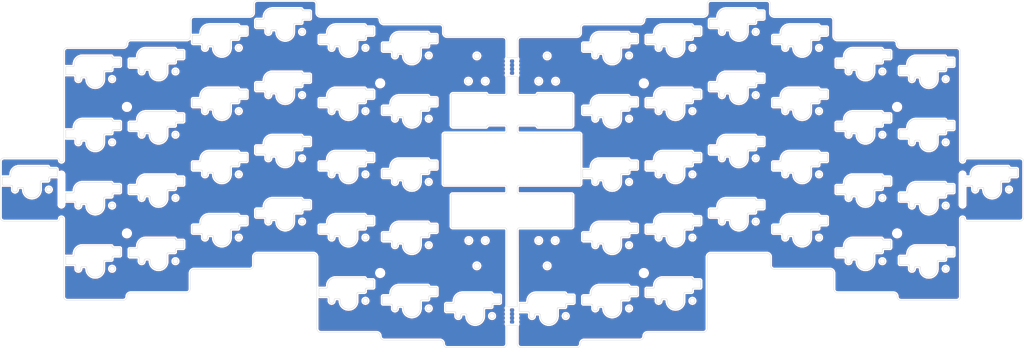
<source format=kicad_pcb>
(kicad_pcb (version 20211014) (generator pcbnew)
  (layers (0 "F.Cu" signal) (31 "B.Cu" signal) (34 "B.Paste" user) (35 "F.Paste" user) (36 "B.SilkS" user "B.Silkscreen") (37 "F.SilkS" user "F.Silkscreen") (38 "B.Mask" user) (39 "F.Mask" user) (44 "Edge.Cuts" user))
  (net 0 "")
  (footprint "jiran-ble-lite:underplate_cutout_1x1" (layer "F.Cu") (at 122.81685 100.076))
  (footprint "jiran-ble-lite:underplate_cutout_1x1" (layer "F.Cu") (at 122.81685 61.976))
  (footprint "jiran-ble-lite:underplate_cutout_1x1" (layer "F.Cu") (at 65.66685 126.238))
  (footprint "jiran-ble-lite:Hole_Mount_M2" (layer "F.Cu") (at 56.14185 79.756))
  (footprint "jiran-ble-lite:underplate_cutout_1x1" (layer "F.Cu") (at 202.128623 140.466577))
  (footprint "jiran-ble-lite:underplate_cutout_1x1" (layer "F.Cu") (at 221.178623 100.080577))
  (footprint "jiran-ble-lite:underplate_cutout_1x1" (layer "F.Cu") (at 297.378623 71.378577))
  (footprint "jiran-ble-lite:underplate_cutout_1x1" (layer "F.Cu") (at 122.81685 138.176))
  (footprint "jiran-ble-lite:underplate_cutout_1x1" (layer "F.Cu") (at 221.178623 81.030577))
  (footprint "jiran-ble-lite:underplate_cutout_1x1" (layer "F.Cu") (at 278.328623 107.192577))
  (footprint "jiran-ble-lite:underplate_cutout_1x1" (layer "F.Cu") (at 160.91685 142.748))
  (footprint "jiran-ble-lite:underplate_cutout_1x1" (layer "F.Cu") (at 65.66685 88.138))
  (footprint "jiran-ble-lite:underplate_cutout_1x1" (layer "F.Cu") (at 103.76685 76.2))
  (footprint "jiran-ble-lite:underplate_cutout_1x1" (layer "F.Cu") (at 297.378623 128.528577))
  (footprint "jiran-ble-lite:underplate_cutout_1x1" (layer "F.Cu") (at 141.86685 121.412))
  (footprint "jiran-ble-lite:underplate_cutout_1x1" (layer "F.Cu") (at 183.078623 142.752577))
  (footprint "jiran-ble-lite:Hole_Mount_M2" (layer "F.Cu") (at 132.34185 129.794))
  (footprint "jiran-ble-lite:underplate_cutout_1x1" (layer "F.Cu") (at 141.86685 102.362))
  (footprint "jiran-ble-lite:breakoff-cutout" (layer "F.Cu") (at 307.53 104.65))
  (footprint "jiran-ble-lite:underplate_cutout_1x1" (layer "F.Cu") (at 46.61685 109.474))
  (footprint "jiran-ble-lite:underplate_cutout_1x1" (layer "F.Cu") (at 240.228623 76.204577))
  (footprint "jiran-ble-lite:underplate_cutout_1x1" (layer "F.Cu") (at 240.228623 57.154577))
  (footprint "jiran-ble-lite:underplate_cutout_1x1" (layer "F.Cu") (at 46.61685 90.424))
  (footprint "jiran-ble-lite:Panel_2x5" (layer "F.Cu") (at 172.0088 142.748 90))
  (footprint "jiran-ble-lite:underplate_cutout_1x1" (layer "F.Cu") (at 278.328623 126.242577))
  (footprint "jiran-ble-lite:underplate_cutout_1x1" (layer "F.Cu") (at 122.81685 81.026))
  (footprint "jiran-ble-lite:underplate_cutout_1x1" (layer "F.Cu") (at 46.61685 71.374))
  (footprint "jiran-ble-lite:underplate_cutout_1x1" (layer "F.Cu") (at 65.66685 107.188))
  (footprint "jiran-ble-lite:underplate_cutout_1x1" (layer "F.Cu") (at 103.76685 95.25))
  (footprint "jiran-ble-lite:underplate_cutout_1x1" (layer "F.Cu") (at 141.86685 83.312))
  (footprint "jiran-ble-lite:underplate_cutout_1x1" (layer "F.Cu") (at 46.61685 128.524))
  (footprint "jiran-ble-lite:Hole_Mount_M2" (layer "F.Cu") (at 132.34185 72.644))
  (footprint "jiran-ble-lite:underplate_cutout_1x1" (layer "F.Cu") (at 202.128623 102.366577))
  (footprint "jiran-ble-lite:underplate_cutout_1x1" (layer "F.Cu") (at 297.378623 90.428577))
  (footprint "jiran-ble-lite:underplate_cutout_1x1" (layer "F.Cu") (at 259.278623 61.980577))
  (footprint "jiran-ble-lite:underplate_cutout_1x1" (layer "F.Cu") (at 259.278623 100.080577))
  (footprint "jiran-ble-lite:underplate_cutout_1x1" (layer "F.Cu") (at 202.128623 121.416577))
  (footprint "jiran-ble-lite:underplate_cutout_1x1" (layer "F.Cu") (at 65.66685 69.088))
  (footprint "jiran-ble-lite:underplate_cutout_1x1" (layer "F.Cu") (at 221.178623 138.180577))
  (footprint "jiran-ble-lite:underplate_cutout_1x1" (layer "F.Cu") (at 259.278623 119.130577))
  (footprint "jiran-ble-lite:underplate_cutout_1x1" (layer "F.Cu") (at 84.71685 81.026))
  (footprint "jiran-ble-lite:underplate_cutout_1x1" (layer "F.Cu") (at 202.128623 64.266577))
  (footprint "jiran-ble-lite:underplate_cutout_1x1" (layer "F.Cu") (at 240.228623 114.304577))
  (footprint "jiran-ble-lite:underplate_cutout_1x1" (layer "F.Cu") (at 316.428623 104.652577))
  (footprint "jiran-ble-lite:underplate_cutout_1x1" (layer "F.Cu") (at 202.128623 83.316577))
  (footprint "jiran-ble-lite:underplate_cutout_1x1" (layer "F.Cu") (at 84.71685 100.076))
  (footprint "jiran-ble-lite:underplate_cutout_1x1" (layer "F.Cu") (at 278.328623 69.092577))
  (footprint "jiran-ble-lite:underplate_cutout_1x1" (layer "F.Cu") (at 103.76685 57.15))
  (footprint "jiran-ble-lite:underplate_cutout_1x1" (layer "F.Cu") (at 122.81685 119.126))
  (footprint "jiran-ble-lite:underplate_cutout_1x1" (layer "F.Cu") (at 84.71685 119.126))
  (footprint "jiran-ble-lite:underplate_cutout_1x1" (layer "F.Cu") (at 103.76685 114.3))
  (footprint "jiran-ble-lite:underplate_cutout_1x1" (layer "F.Cu") (at 240.228623 95.254577))
  (footprint "jiran-ble-lite:underplate_cutout_1x1" (layer "F.Cu") (at 297.378623 109.478577))
  (footprint "jiran-ble-lite:underplate_cutout_1x1" (layer "F.Cu") (at 141.86685 140.462))
  (footprint "jiran-ble-lite:underplate_cutout_1x1" (layer "F.Cu") (at 27.56685 104.648))
  (footprint "jiran-ble-lite:Hole_Mount_M2" (layer "F.Cu") (at 56.14185 117.856))
  (footprint "jiran-ble-lite:underplate_cutout_1x1" (layer "F.Cu") (at 221.178623 61.980577))
  (footprint "jiran-ble-lite:underplate_cutout_1x1" (layer "F.Cu") (at 259.278623 81.030577))
  (footprint "jiran-ble-lite:underplate_cutout_1x1" (layer "F.Cu") (at 278.328623 88.142577))
  (footprint "jiran-ble-lite:underplate_cutout_1x1" (layer "F.Cu") (at 221.178623 119.130577))
  (footprint "jiran-ble-lite:breakoff-cutout" (layer "F.Cu") (at 36.449 104.648))
  (footprint "jiran-ble-lite:underplate_cutout_1x1" (layer "F.Cu") (at 141.86685 64.262))
  (footprint "jiran-ble-lite:Panel_2x5" (layer "F.Cu") (at 172.0088 67.7672 90))
  (footprint "jiran-ble-lite:underplate_cutout_1x1" (layer "F.Cu") (at 84.71685 61.976))
  (footprint "jiran-ble-lite:Hole_Mount_M2" (layer "B.Cu") (at 211.653623 72.648577 180))
  (footprint "jiran-ble-lite:Hole_Mount_M2" (layer "B.Cu") (at 211.653623 129.798577 180))
  (footprint "jiran-ble-lite:Hole_Mount_M2" (layer "B.Cu") (at 287.853623 117.860577 180))
  (footprint "jiran-ble-lite:Hole_Mount_M2" (layer "B.Cu") (at 287.853623 79.760577 180))
  (gr_arc (start 112.14885 47.625) (mid 112.957073 47.959777) (end 113.29185 48.768) (layer "Edge.Cuts") (width 0.1))
  (gr_arc (start 250.896623 128.655577) (mid 250.0884 128.3208) (end 249.753623 127.512577) (layer "Edge.Cuts") (width 0.1))
  (gr_line (start 305.760623 61.853577) (end 288.996623 61.853577) (layer "Edge.Cuts") (width 0.1))
  (gr_arc (start 269.946623 59.567577) (mid 269.1384 59.2328) (end 268.803623 58.424577) (layer "Edge.Cuts") (width 0.1))
  (gr_arc (start 153.67 76.327) (mid 153.85628 75.879773) (end 154.30496 75.69702) (layer "Edge.Cuts") (width 0.1))
  (gr_line (start 76.33485 128.651) (end 93.09885 128.651) (layer "Edge.Cuts") (width 0.1))
  (gr_line (start 54.99885 61.849) (end 38.23485 61.849) (layer "Edge.Cuts") (width 0.1))
  (gr_arc (start 179.276473 85.226577) (mid 179.456078 85.300972) (end 179.530473 85.480577) (layer "Edge.Cuts") (width 0.1))
  (gr_line (start 174.069473 103.382577) (end 192.230473 103.382577) (layer "Edge.Cuts") (width 0.1))
  (gr_line (start 18.04185 96.266) (end 18.04185 113.03) (layer "Edge.Cuts") (width 0.1))
  (gr_line (start 248.610623 47.629577) (end 231.846623 47.629577) (layer "Edge.Cuts") (width 0.1))
  (gr_line (start 190.325473 76.331577) (end 190.325473 85.221577) (layer "Edge.Cuts") (width 0.1))
  (gr_arc (start 192.603623 57.408577) (mid 192.268846 58.2168) (end 191.460623 58.551577) (layer "Edge.Cuts") (width 0.1))
  (gr_line (start 231.846623 123.829577) (end 248.610623 123.829577) (layer "Edge.Cuts") (width 0.1))
  (gr_arc (start 131.19885 147.701) (mid 132.007073 148.035777) (end 132.34185 148.844) (layer "Edge.Cuts") (width 0.1))
  (gr_arc (start 179.784473 85.856577) (mid 179.604868 85.782182) (end 179.530473 85.602577) (layer "Edge.Cuts") (width 0.1))
  (gr_arc (start 189.690513 75.701597) (mid 190.139193 75.88435) (end 190.325473 76.331577) (layer "Edge.Cuts") (width 0.1))
  (gr_arc (start 192.738473 102.874577) (mid 192.589683 103.233787) (end 192.230473 103.382577) (layer "Edge.Cuts") (width 0.1))
  (gr_arc (start 248.610623 47.629577) (mid 249.418846 47.964354) (end 249.753623 48.772577) (layer "Edge.Cuts") (width 0.1))
  (gr_line (start 268.803623 58.424577) (end 268.803623 53.598577) (layer "Edge.Cuts") (width 0.1))
  (gr_line (start 190.325473 115.701577) (end 190.325473 106.430577) (layer "Edge.Cuts") (width 0.1))
  (gr_circle (center 163.957 120.015) (end 164.846 120.015) (layer "Edge.Cuts") (width 0.1) (fill none))
  (gr_line (start 286.710623 59.567577) (end 269.946623 59.567577) (layer "Edge.Cuts") (width 0.1))
  (gr_line (start 230.703623 48.772577) (end 230.703623 51.312577) (layer "Edge.Cuts") (width 0.1))
  (gr_arc (start 36.456842 112.903008) (mid 36.905852 113.088994) (end 37.091838 113.538004) (layer "Edge.Cuts") (width 0.1))
  (gr_line (start 170.434 139.954) (end 173.5836 139.954) (layer "Edge.Cuts") (width 0.1))
  (gr_line (start 288.996623 138.053577) (end 305.760623 138.053577) (layer "Edge.Cuts") (width 0.1))
  (gr_line (start 170.44185 85.73) (end 170.44185 87.122) (layer "Edge.Cuts") (width 0.1))
  (gr_line (start 268.803623 129.798577) (end 268.803623 134.624577) (layer "Edge.Cuts") (width 0.1))
  (gr_circle (center 158.877 72.009) (end 159.766 72.009) (layer "Edge.Cuts") (width 0.1) (fill none))
  (gr_line (start 170.44185 151.13) (end 170.434 145.542) (layer "Edge.Cuts") (width 0.1))
  (gr_arc (start 112.14885 123.825) (mid 112.957073 124.159777) (end 113.29185 124.968) (layer "Edge.Cuts") (width 0.1))
  (gr_circle (center 161.417 127.635) (end 162.306 127.635) (layer "Edge.Cuts") (width 0.1) (fill none))
  (gr_arc (start 169.93385 85.222) (mid 170.29306 85.37079) (end 170.44185 85.73) (layer "Edge.Cuts") (width 0.1))
  (gr_arc (start 150.24885 54.737) (mid 151.057073 55.071777) (end 151.39185 55.88) (layer "Edge.Cuts") (width 0.1))
  (gr_arc (start 306.903635 113.542581) (mid 307.089621 113.093571) (end 307.538631 112.907585) (layer "Edge.Cuts") (width 0.1))
  (gr_line (start 152.53485 58.547) (end 169.29885 58.547) (layer "Edge.Cuts") (width 0.1))
  (gr_circle (center 163.957 72.009) (end 164.846 72.009) (layer "Edge.Cuts") (width 0.1) (fill none))
  (gr_arc (start 133.48485 54.737) (mid 132.676627 54.402223) (end 132.34185 53.594) (layer "Edge.Cuts") (width 0.1))
  (gr_line (start 179.276473 76.326577) (end 174.061623 76.326577) (layer "Edge.Cuts") (width 0.1))
  (gr_arc (start 211.653623 148.848577) (mid 211.9884 148.040354) (end 212.796623 147.705577) (layer "Edge.Cuts") (width 0.1))
  (gr_line (start 229.560623 52.455577) (end 212.796623 52.455577) (layer "Edge.Cuts") (width 0.1))
  (gr_arc (start 179.530473 76.072577) (mid 179.456078 76.252182) (end 179.276473 76.326577) (layer "Edge.Cuts") (width 0.1))
  (gr_line (start 170.434 116.713) (end 170.434 139.954) (layer "Edge.Cuts") (width 0.1))
  (gr_line (start 151.39185 55.88) (end 151.39185 57.404) (layer "Edge.Cuts") (width 0.1))
  (gr_arc (start 75.19185 53.594) (mid 75.526627 52.785777) (end 76.33485 52.451) (layer "Edge.Cuts") (width 0.1))
  (gr_line (start 308.808623 114.177577) (end 324.810623 114.177577) (layer "Edge.Cuts") (width 0.1))
  (gr_line (start 19.18485 114.173) (end 35.18685 114.173) (layer "Edge.Cuts") (width 0.1))
  (gr_arc (start 133.48485 149.987) (mid 132.676627 149.652223) (end 132.34185 148.844) (layer "Edge.Cuts") (width 0.1))
  (gr_line (start 192.603623 57.408577) (end 192.603623 55.884577) (layer "Edge.Cuts") (width 0.1))
  (gr_line (start 154.178 105.918) (end 169.926 105.918) (layer "Edge.Cuts") (width 0.1))
  (gr_line (start 153.67 106.426) (end 153.67 115.697) (layer "Edge.Cuts") (width 0.1))
  (gr_arc (start 152.53485 152.273) (mid 151.726627 151.938223) (end 151.39185 151.13) (layer "Edge.Cuts") (width 0.1))
  (gr_arc (start 267.660623 128.655577) (mid 268.468846 128.990354) (end 268.803623 129.798577) (layer "Edge.Cuts") (width 0.1))
  (gr_arc (start 164.465 85.598) (mid 164.390605 85.777605) (end 164.211 85.852) (layer "Edge.Cuts") (width 0.1))
  (gr_arc (start 75.19185 129.794) (mid 75.526627 128.985777) (end 76.33485 128.651) (layer "Edge.Cuts") (width 0.1))
  (gr_arc (start 248.610623 123.829577) (mid 249.418846 124.164354) (end 249.753623 124.972577) (layer "Edge.Cuts") (width 0.1))
  (gr_arc (start 164.211 75.692) (mid 164.390605 75.766395) (end 164.465 75.946) (layer "Edge.Cuts") (width 0.1))
  (gr_arc (start 174.061623 76.326577) (mid 173.702413 76.177787) (end 173.553623 75.818577) (layer "Edge.Cuts") (width 0.1))
  (gr_line (start 267.660623 52.455577) (end 250.896623 52.455577) (layer "Edge.Cuts") (width 0.1))
  (gr_line (start 325.953623 113.034577) (end 325.953623 96.270577) (layer "Edge.Cuts") (width 0.1))
  (gr_arc (start 269.946623 135.767577) (mid 269.1384 135.4328) (end 268.803623 134.624577) (layer "Edge.Cuts") (width 0.1))
  (gr_arc (start 131.19885 52.451) (mid 132.007073 52.785777) (end 132.34185 53.594) (layer "Edge.Cuts") (width 0.1))
  (gr_line (start 250.896623 128.655577) (end 267.660623 128.655577) (layer "Edge.Cuts") (width 0.1))
  (gr_arc (start 169.926 103.378) (mid 170.28521 103.52679) (end 170.434 103.886) (layer "Edge.Cuts") (width 0.1))
  (gr_arc (start 150.24885 149.987) (mid 151.057073 150.321777) (end 151.39185 151.13) (layer "Edge.Cuts") (width 0.1))
  (gr_arc (start 56.14185 136.906) (mid 55.807073 137.714223) (end 54.99885 138.049) (layer "Edge.Cuts") (width 0.1))
  (gr_circle (center 182.578473 64.393577) (end 181.689473 64.393577) (layer "Edge.Cuts") (width 0.1) (fill none))
  (gr_line (start 152.53485 152.273) (end 169.29885 152.273) (layer "Edge.Cuts") (width 0.1))
  (gr_arc (start 75.19185 58.42) (mid 74.857073 59.228223) (end 74.04885 59.563) (layer "Edge.Cuts") (width 0.1))
  (gr_arc (start 286.710623 59.567577) (mid 287.518846 59.902354) (end 287.853623 60.710577) (layer "Edge.Cuts") (width 0.1))
  (gr_line (start 179.530473 85.602577) (end 179.530473 85.480577) (layer "Edge.Cuts") (width 0.1))
  (gr_line (start 170.44185 70.5612) (end 173.553623 70.5612) (layer "Edge.Cuts") (width 0.1))
  (gr_circle (center 180.038473 72.013577) (end 179.149473 72.013577) (layer "Edge.Cuts") (width 0.1) (fill none))
  (gr_line (start 306.903634 95.762576) (end 306.903623 62.996577) (layer "Edge.Cuts") (width 0.1))
  (gr_line (start 174.069473 116.209577) (end 189.817473 116.209577) (layer "Edge.Cuts") (width 0.1))
  (gr_arc (start 308.173627 95.762577) (mid 308.359613 95.313567) (end 308.808623 95.127581) (layer "Edge.Cuts") (width 0.1))
  (gr_arc (start 190.325473 115.701577) (mid 190.176683 116.060787) (end 189.817473 116.209577) (layer "Edge.Cuts") (width 0.1))
  (gr_arc (start 164.465 85.476) (mid 164.539395 85.296395) (end 164.719 85.222) (layer "Edge.Cuts") (width 0.1))
  (gr_line (start 170.434 103.886) (end 170.434 105.41) (layer "Edge.Cuts") (width 0.1))
  (gr_line (start 169.93385 76.322) (end 164.719 76.322) (layer "Edge.Cuts") (width 0.1))
  (gr_arc (start 151.257 88.138) (mid 151.40579 87.77879) (end 151.765 87.63) (layer "Edge.Cuts") (width 0.1))
  (gr_line (start 249.753623 124.972577) (end 249.753623 127.512577) (layer "Edge.Cuts") (width 0.1))
  (gr_arc (start 164.719 76.322) (mid 164.539395 76.247605) (end 164.465 76.068) (layer "Edge.Cuts") (width 0.1))
  (gr_line (start 169.93385 85.222) (end 164.719 85.222) (layer "Edge.Cuts") (width 0.1))
  (gr_arc (start 154.178 116.205) (mid 153.81879 116.05621) (end 153.67 115.697) (layer "Edge.Cuts") (width 0.1))
  (gr_line (start 179.530473 76.072577) (end 179.530473 75.950577) (layer "Edge.Cuts") (width 0.1))
  (gr_line (start 173.553623 87.126577) (end 173.553623 85.734577) (layer "Edge.Cuts") (width 0.1))
  (gr_line (start 179.276473 85.226577) (end 174.061623 85.226577) (layer "Edge.Cuts") (width 0.1))
  (gr_line (start 306.903623 136.910577) (end 306.903635 113.542581) (layer "Edge.Cuts") (width 0.1))
  (gr_arc (start 170.434 105.41) (mid 170.28521 105.76921) (end 169.926 105.918) (layer "Edge.Cuts") (width 0.1))
  (gr_arc (start 267.660623 52.455577) (mid 268.468846 52.790354) (end 268.803623 53.598577) (layer "Edge.Cuts") (width 0.1))
  (gr_arc (start 152.53485 58.547) (mid 151.726627 58.212223) (end 151.39185 57.404) (layer "Edge.Cuts") (width 0.1))
  (gr_line (start 154.178 116.205) (end 169.926 116.205) (layer "Edge.Cuts") (width 0.1))
  (gr_line (start 35.18685 95.123004) (end 19.18485 95.123) (layer "Edge.Cuts") (width 0.1))
  (gr_arc (start 174.061623 87.634577) (mid 173.702413 87.485787) (end 173.553623 87.126577) (layer "Edge.Cuts") (width 0.1))
  (gr_line (start 114.43485 147.701) (end 131.19885 147.701) (layer "Edge.Cuts") (width 0.1))
  (gr_arc (start 94.24185 124.968) (mid 94.576627 124.159777) (end 95.38485 123.825) (layer "Edge.Cuts") (width 0.1))
  (gr_arc (start 56.14185 60.706) (mid 56.476627 59.897777) (end 57.28485 59.563) (layer "Edge.Cuts") (width 0.1))
  (gr_arc (start 173.553623 59.694577) (mid 173.8884 58.886354) (end 174.696623 58.551577) (layer "Edge.Cuts") (width 0.1))
  (gr_arc (start 19.18485 114.173) (mid 18.376627 113.838223) (end 18.04185 113.03) (layer "Edge.Cuts") (width 0.1))
  (gr_line (start 151.257 88.138) (end 151.257 102.87) (layer "Edge.Cuts") (width 0.1))
  (gr_arc (start 94.24185 48.768) (mid 94.576627 47.959777) (end 95.38485 47.625) (layer "Edge.Cuts") (width 0.1))
  (gr_arc (start 94.24185 51.308) (mid 93.907073 52.116223) (end 93.09885 52.451) (layer "Edge.Cuts") (width 0.1))
  (gr_arc (start 18.04185 96.266) (mid 18.376627 95.457777) (end 19.18485 95.123) (layer "Edge.Cuts") (width 0.1))
  (gr_line (start 38.23485 138.049) (end 54.99885 138.049) (layer "Edge.Cuts") (width 0.1))
  (gr_arc (start 288.996623 138.053577) (mid 288.1884 137.7188) (end 287.853623 136.910577) (layer "Edge.Cuts") (width 0.1))
  (gr_arc (start 211.653623 148.848577) (mid 211.318846 149.6568) (end 210.510623 149.991577) (layer "Edge.Cuts") (width 0.1))
  (gr_arc (start 154.29998 85.85196) (mid 153.852753 85.66568) (end 153.67 85.217) (layer "Edge.Cuts") (width 0.1))
  (gr_line (start 269.946623 135.767577) (end 286.710623 135.767577) (layer "Edge.Cuts") (width 0.1))
  (gr_line (start 170.434 145.542) (end 173.561473 145.542) (layer "Edge.Cuts") (width 0.1))
  (gr_arc (start 170.44185 87.122) (mid 170.29306 87.48121) (end 169.93385 87.63) (layer "Edge.Cuts") (width 0.1))
  (gr_arc (start 56.14185 136.906) (mid 56.476627 136.097777) (end 57.28485 135.763) (layer "Edge.Cuts") (width 0.1))
  (gr_line (start 57.28485 135.763) (end 74.04885 135.763) (layer "Edge.Cuts") (width 0.1))
  (gr_arc (start 230.703623 48.772577) (mid 231.0384 47.964354) (end 231.846623 47.629577) (layer "Edge.Cuts") (width 0.1))
  (gr_arc (start 170.44185 75.814) (mid 170.29306 76.17321) (end 169.93385 76.322) (layer "Edge.Cuts") (width 0.1))
  (gr_arc (start 230.703623 124.972577) (mid 231.0384 124.164354) (end 231.846623 123.829577) (layer "Edge.Cuts") (width 0.1))
  (gr_line (start 170.44185 70.5612) (end 170.44185 75.814) (layer "Edge.Cuts") (width 0.1))
  (gr_line (start 192.230473 87.634577) (end 174.061623 87.634577) (layer "Edge.Cuts") (width 0.1))
  (gr_line (start 37.09185 62.992) (end 37.091839 95.757999) (layer "Edge.Cuts") (width 0.1))
  (gr_line (start 170.45 64.96) (end 173.5582 64.96) (layer "Edge.Cuts") (width 0.1))
  (gr_line (start 95.38485 123.825) (end 112.14885 123.825) (layer "Edge.Cuts") (width 0.1))
  (gr_arc (start 173.561473 103.890577) (mid 173.710263 103.531367) (end 174.069473 103.382577) (layer "Edge.Cuts") (width 0.1))
  (gr_arc (start 151.765 103.378) (mid 151.40579 103.22921) (end 151.257 102.87) (layer "Edge.Cuts") (width 0.1))
  (gr_arc (start 153.67 106.426) (mid 153.81879 106.06679) (end 154.178 105.918) (layer "Edge.Cuts") (width 0.1))
  (gr_line (start 113.29185 51.308) (end 113.29185 48.768) (layer "Edge.Cuts") (width 0.1))
  (gr_line (start 174.069473 105.922577) (end 189.817473 105.922577) (layer "Edge.Cuts") (width 0.1))
  (gr_arc (start 38.23485 138.049) (mid 37.426627 137.714223) (end 37.09185 136.906) (layer "Edge.Cuts") (width 0.1))
  (gr_arc (start 230.703623 51.312577) (mid 230.368846 52.1208) (end 229.560623 52.455577) (layer "Edge.Cuts") (width 0.1))
  (gr_line (start 151.765 103.378) (end 169.926 103.378) (layer "Edge.Cuts") (width 0.1))
  (gr_line (start 75.19185 134.62) (end 75.19185 129.794) (layer "Edge.Cuts") (width 0.1))
  (gr_arc (start 75.19185 134.62) (mid 74.857073 135.428223) (end 74.04885 135.763) (layer "Edge.Cuts") (width 0.1))
  (gr_line (start 112.14885 47.625) (end 95.38485 47.625) (layer "Edge.Cuts") (width 0.1))
  (gr_line (start 164.465 75.946) (end 164.465 76.068) (layer "Edge.Cuts") (width 0.1))
  (gr_arc (start 190.325473 85.221577) (mid 190.14272 85.670257) (end 189.695493 85.856537) (layer "Edge.Cuts") (width 0.1))
  (gr_arc (start 114.43485 52.451) (mid 113.626627 52.116223) (end 113.29185 51.308) (layer "Edge.Cuts") (width 0.1))
  (gr_line (start 173.553623 75.818577) (end 173.553623 70.5612) (layer "Edge.Cuts") (width 0.1))
  (gr_line (start 230.703623 146.562577) (end 230.703623 124.972577) (layer "Edge.Cuts") (width 0.1))
  (gr_arc (start 288.996623 61.853577) (mid 288.1884 61.5188) (end 287.853623 60.710577) (layer "Edge.Cuts") (width 0.1))
  (gr_line (start 173.553623 59.694577) (end 173.5582 64.96) (layer "Edge.Cuts") (width 0.1))
  (gr_arc (start 325.953623 113.034577) (mid 325.618846 113.8428) (end 324.810623 114.177577) (layer "Edge.Cuts") (width 0.1))
  (gr_arc (start 36.456842 96.392996) (mid 36.007832 96.20701) (end 35.821846 95.758) (layer "Edge.Cuts") (width 0.1))
  (gr_line (start 154.30496 75.69702) (end 164.211 75.692) (layer "Edge.Cuts") (width 0.1))
  (gr_arc (start 35.821846 113.538004) (mid 36.007832 113.088994) (end 36.456842 112.903008) (layer "Edge.Cuts") (width 0.1))
  (gr_line (start 94.24185 48.768) (end 94.24185 51.308) (layer "Edge.Cuts") (width 0.1))
  (gr_arc (start 173.561473 116.717577) (mid 173.710263 116.358367) (end 174.069473 116.209577) (layer "Edge.Cuts") (width 0.1))
  (gr_arc (start 37.09185 62.992) (mid 37.426627 62.183777) (end 38.23485 61.849) (layer "Edge.Cuts") (width 0.1))
  (gr_arc (start 56.14185 60.706) (mid 55.807073 61.514223) (end 54.99885 61.849) (layer "Edge.Cuts") (width 0.1))
  (gr_arc (start 170.44185 151.13) (mid 170.107073 151.938223) (end 169.29885 152.273) (layer "Edge.Cuts") (width 0.1))
  (gr_arc (start 192.603623 151.134577) (mid 192.268846 151.9428) (end 191.460623 152.277577) (layer "Edge.Cuts") (width 0.1))
  (gr_line (start 249.753623 51.312577) (end 249.753623 48.772577) (layer "Edge.Cuts") (width 0.1))
  (gr_arc (start 308.173627 95.762577) (mid 307.987641 96.211587) (end 307.538631 96.397573) (layer "Edge.Cuts") (width 0.1))
  (gr_arc (start 179.530473 75.950577) (mid 179.604868 75.770972) (end 179.784473 75.696577) (layer "Edge.Cuts") (width 0.1))
  (gr_arc (start 169.926 116.205) (mid 170.28521 116.35379) (end 170.434 116.713) (layer "Edge.Cuts") (width 0.1))
  (gr_line (start 74.04885 59.563) (end 57.28485 59.563) (layer "Edge.Cuts") (width 0.1))
  (gr_circle (center 161.417 64.389) (end 162.306 64.389) (layer "Edge.Cuts") (width 0.1) (fill none))
  (gr_arc (start 174.696623 152.277577) (mid 173.8884 151.9428) (end 173.553623 151.134577) (layer "Edge.Cuts") (width 0.1))
  (gr_line (start 212.796623 147.705577) (end 229.560623 147.705577) (layer "Edge.Cuts") (width 0.1))
  (gr_line (start 164.211 85.852) (end 154.29998 85.85196) (layer "Edge.Cuts") (width 0.1))
  (gr_arc (start 286.710623 135.767577) (mid 287.518846 136.102354) (end 287.853623 136.910577) (layer "Edge.Cuts") (width 0.1))
  (gr_line (start 150.24885 54.737) (end 133.48485 54.737) (layer "Edge.Cuts") (width 0.1))
  (gr_arc (start 305.760623 61.853577) (mid 306.568846 62.188354) (end 306.903623 62.996577) (layer "Edge.Cuts") (width 0.1))
  (gr_arc (start 192.603623 55.884577) (mid 192.9384 55.076354) (end 193.746623 54.741577) (layer "Edge.Cuts") (width 0.1))
  (gr_line (start 173.5836 139.954) (end 173.561473 116.717577) (layer "Edge.Cuts") (width 0.1))
  (gr_arc (start 250.896623 52.455577) (mid 250.0884 52.1208) (end 249.753623 51.312577) (layer "Edge.Cuts") (width 0.1))
  (gr_line (start 193.746623 149.991577) (end 210.510623 149.991577) (layer "Edge.Cuts") (width 0.1))
  (gr_line (start 169.93385 87.63) (end 151.765 87.63) (layer "Edge.Cuts") (width 0.1))
  (gr_line (start 210.510623 54.741577) (end 193.746623 54.741577) (layer "Edge.Cuts") (width 0.1))
  (gr_line (start 174.696623 58.551577) (end 191.460623 58.551577) (layer "Edge.Cuts") (width 0.1))
  (gr_line (start 94.24185 127.508) (end 94.24185 124.968) (layer "Edge.Cuts") (width 0.1))
  (gr_circle (center 185.118473 72.013577) (end 184.229473 72.013577) (layer "Edge.Cuts") (width 0.1) (fill none))
  (gr_circle (center 182.578473 127.639577) (end 181.689473 127.639577) (layer "Edge.Cuts") (width 0.1) (fill none))
  (gr_line (start 93.09885 52.451) (end 76.33485 52.451) (layer "Edge.Cuts") (width 0.1))
  (gr_arc (start 173.553623 85.734577) (mid 173.702413 85.375367) (end 174.061623 85.226577) (layer "Edge.Cuts") (width 0.1))
  (gr_line (start 113.29185 124.968) (end 113.29185 146.558) (layer "Edge.Cuts") (width 0.1))
  (gr_line (start 173.561473 105.414577) (end 173.561473 103.890577) (layer "Edge.Cuts") (width 0.1))
  (gr_line (start 170.44185 59.69) (end 170.45 64.96) (layer "Edge.Cuts") (width 0.1))
  (gr_line (start 324.810623 95.127577) (end 308.808623 95.127581) (layer "Edge.Cuts") (width 0.1))
  (gr_circle (center 184.991473 120.019577) (end 184.102473 120.019577) (layer "Edge.Cuts") (width 0.1) (fill none))
  (gr_line (start 75.19185 53.594) (end 75.19185 58.42) (layer "Edge.Cuts") (width 0.1))
  (gr_line (start 189.695493 85.856537) (end 179.784473 85.856577) (layer "Edge.Cuts") (width 0.1))
  (gr_line (start 173.561473 145.542) (end 173.553623 151.134577) (layer "Edge.Cuts") (width 0.1))
  (gr_arc (start 307.538631 112.907585) (mid 307.987641 113.093571) (end 308.173627 113.542581) (layer "Edge.Cuts") (width 0.1))
  (gr_arc (start 37.091839 95.757999) (mid 36.905853 96.207009) (end 36.456843 96.392995) (layer "Edge.Cuts") (width 0.1))
  (gr_arc (start 324.810623 95.127577) (mid 325.618846 95.462354) (end 325.953623 96.270577) (layer "Edge.Cuts") (width 0.1))
  (gr_line (start 192.738473 102.874577) (end 192.738473 88.142577) (layer "Edge.Cuts") (width 0.1))
  (gr_arc (start 230.703623 146.562577) (mid 230.368846 147.3708) (end 229.560623 147.705577) (layer "Edge.Cuts") (width 0.1))
  (gr_arc (start 192.603623 151.134577) (mid 192.9384 150.326354) (end 193.746623 149.991577) (layer "Edge.Cuts") (width 0.1))
  (gr_line (start 164.465 85.476) (end 164.465 85.598) (layer "Edge.Cuts") (width 0.1))
  (gr_line (start 179.784473 75.696577) (end 189.690513 75.701597) (layer "Edge.Cuts") (width 0.1))
  (gr_arc (start 189.817473 105.922577) (mid 190.176683 106.071367) (end 190.325473 106.430577) (layer "Edge.Cuts") (width 0.1))
  (gr_circle (center 180.038473 120.019577) (end 179.149473 120.019577) (layer "Edge.Cuts") (width 0.1) (fill none))
  (gr_arc (start 169.29885 58.547) (mid 170.107073 58.881777) (end 170.44185 59.69) (layer "Edge.Cuts") (width 0.1))
  (gr_arc (start 35.821846 113.538004) (mid 35.63586 113.987014) (end 35.18685 114.173) (layer "Edge.Cuts") (width 0.1))
  (gr_arc (start 192.230473 87.634577) (mid 192.589683 87.783367) (end 192.738473 88.142577) (layer "Edge.Cuts") (width 0.1))
  (gr_line (start 133.48485 149.987) (end 150.24885 149.987) (layer "Edge.Cuts") (width 0.1))
  (gr_line (start 37.091838 113.538004) (end 37.09185 136.906) (layer "Edge.Cuts") (width 0.1))
  (gr_arc (start 35.18685 95.123004) (mid 35.63586 95.30899) (end 35.821846 95.758) (layer "Edge.Cuts") (width 0.1))
  (gr_arc (start 307.53863 96.397572) (mid 307.08962 96.211586) (end 306.903634 95.762576) (layer "Edge.Cuts") (width 0.1))
  (gr_line (start 153.67 85.217) (end 153.67 76.327) (layer "Edge.Cuts") (width 0.1))
  (gr_arc (start 308.808623 114.177577) (mid 308.359613 113.991591) (end 308.173627 113.542581) (layer "Edge.Cuts") (width 0.1))
  (gr_arc (start 211.653623 53.598577) (mid 211.9884 52.790354) (end 212.796623 52.455577) (layer "Edge.Cuts") (width 0.1))
  (gr_arc (start 94.24185 127.508) (mid 93.907073 128.316223) (end 93.09885 128.651) (layer "Edge.Cuts") (width 0.1))
  (gr_circle (center 159.004 120.015) (end 159.893 120.015) (layer "Edge.Cuts") (width 0.1) (fill none))
  (gr_arc (start 211.653623 53.598577) (mid 211.318846 54.4068) (end 210.510623 54.741577) (layer "Edge.Cuts") (width 0.1))
  (gr_arc (start 174.069473 105.922577) (mid 173.710263 105.773787) (end 173.561473 105.414577) (layer "Edge.Cuts") (width 0.1))
  (gr_line (start 174.696623 152.277577) (end 191.460623 152.277577) (layer "Edge.Cuts") (width 0.1))
  (gr_arc (start 114.43485 147.701) (mid 113.626627 147.366223) (end 113.29185 146.558) (layer "Edge.Cuts") (width 0.1))
  (gr_arc (start 306.903623 136.910577) (mid 306.568846 137.7188) (end 305.760623 138.053577) (layer "Edge.Cuts") (width 0.1))
  (gr_line (start 131.19885 52.451) (end 114.43485 52.451) (layer "Edge.Cuts") (width 0.1))
  (zone (net 0) (net_name "") (layer "F.Cu") (connect_pads (clearance 0.508)) (min_thickness 0.254) (fill yes (thermal_gap 0.508) (thermal_bridge_width 0.508))
    (polygon (pts (xy 113.3094 52.4256) (xy 132.334 52.451) (xy 132.334 54.737) (xy 151.4094 54.7624) (xy 151.4094 58.5216) (xy 192.6082 58.5216) (xy 192.6082 54.7624) (xy 211.6582 54.737) (xy 211.6582 52.4764) (xy 230.7082 52.451) (xy 230.7082 47.6504) (xy 249.7328 47.6504) (xy 249.7582 52.451) (xy 268.8082 52.451) (xy 268.7828 59.5884) (xy 287.8582 59.563) (xy 287.8582 61.849) (xy 306.9082 61.8744) (xy 306.9082 95.123) (xy 325.9582 95.123) (xy 325.9582 114.173) (xy 306.9082 114.173) (xy 306.9082 138.049) (xy 287.8582 138.049) (xy 287.8582 135.763) (xy 268.8082 135.763) (xy 268.8082 128.651) (xy 249.7582 128.651) (xy 249.7582 123.8504) (xy 230.7082 123.825) (xy 230.7082 147.701) (xy 211.6582 147.701) (xy 211.6582 149.987) (xy 192.6082 149.987) (xy 192.6082 152.273) (xy 173.5582 152.273) (xy 173.5582 145.542) (xy 170.434 145.542) (xy 170.434 152.273) (xy 151.384 152.273) (xy 151.384 149.987) (xy 132.334 149.987) (xy 132.334 147.701) (xy 113.284 147.701) (xy 113.284 123.825) (xy 94.2594 123.825) (xy 94.234 128.651) (xy 75.2094 128.651) (xy 75.184 135.763) (xy 56.1594 135.763) (xy 56.1594 138.049) (xy 37.084 138.049) (xy 37.084 114.173) (xy 18.034 114.173) (xy 18.034 95.123) (xy 37.084 95.123) (xy 37.084 61.849) (xy 56.134 61.849) (xy 56.134 59.563) (xy 75.184 59.563) (xy 75.184 52.451) (xy 94.234 52.451) (xy 94.234 47.625) (xy 113.3094 47.625)))
  )
  (zone (net 0) (net_name "") (layer "B.Cu") (connect_pads (clearance 0.508)) (min_thickness 0.254) (fill yes (thermal_gap 0.508) (thermal_bridge_width 0.508))
    (polygon (pts (xy 113.3094 52.4256) (xy 132.334 52.451) (xy 132.334 54.737) (xy 151.4094 54.7624) (xy 151.4094 58.5216) (xy 192.6082 58.5216) (xy 192.6082 54.7624) (xy 211.6582 54.737) (xy 211.6582 52.4764) (xy 230.7082 52.451) (xy 230.7082 47.6504) (xy 249.7328 47.6504) (xy 249.7582 52.451) (xy 268.8082 52.451) (xy 268.7828 59.5884) (xy 287.8582 59.563) (xy 287.8582 61.849) (xy 306.9082 61.8744) (xy 306.9082 95.123) (xy 325.9582 95.123) (xy 325.9582 114.173) (xy 306.9082 114.173) (xy 306.9082 138.049) (xy 287.8582 138.049) (xy 287.8582 135.763) (xy 268.8082 135.763) (xy 268.8082 128.651) (xy 249.7582 128.651) (xy 249.7582 123.8504) (xy 230.7082 123.825) (xy 230.7082 147.701) (xy 211.6582 147.701) (xy 211.6582 149.987) (xy 192.6082 149.987) (xy 192.6082 152.273) (xy 173.5582 152.273) (xy 173.5582 145.542) (xy 170.434 145.542) (xy 170.434 152.273) (xy 151.384 152.273) (xy 151.384 149.987) (xy 132.334 149.987) (xy 132.334 147.701) (xy 113.284 147.701) (xy 113.284 123.825) (xy 94.2594 123.825) (xy 94.234 128.651) (xy 75.2094 128.651) (xy 75.184 135.763) (xy 56.1594 135.763) (xy 56.1594 138.049) (xy 37.084 138.049) (xy 37.084 114.173) (xy 18.034 114.173) (xy 18.034 95.123) (xy 37.084 95.123) (xy 37.084 61.849) (xy 56.134 61.849) (xy 56.134 59.563) (xy 75.184 59.563) (xy 75.184 52.451) (xy 94.234 52.451) (xy 94.234 47.625) (xy 113.3094 47.625)))
  )
)
</source>
